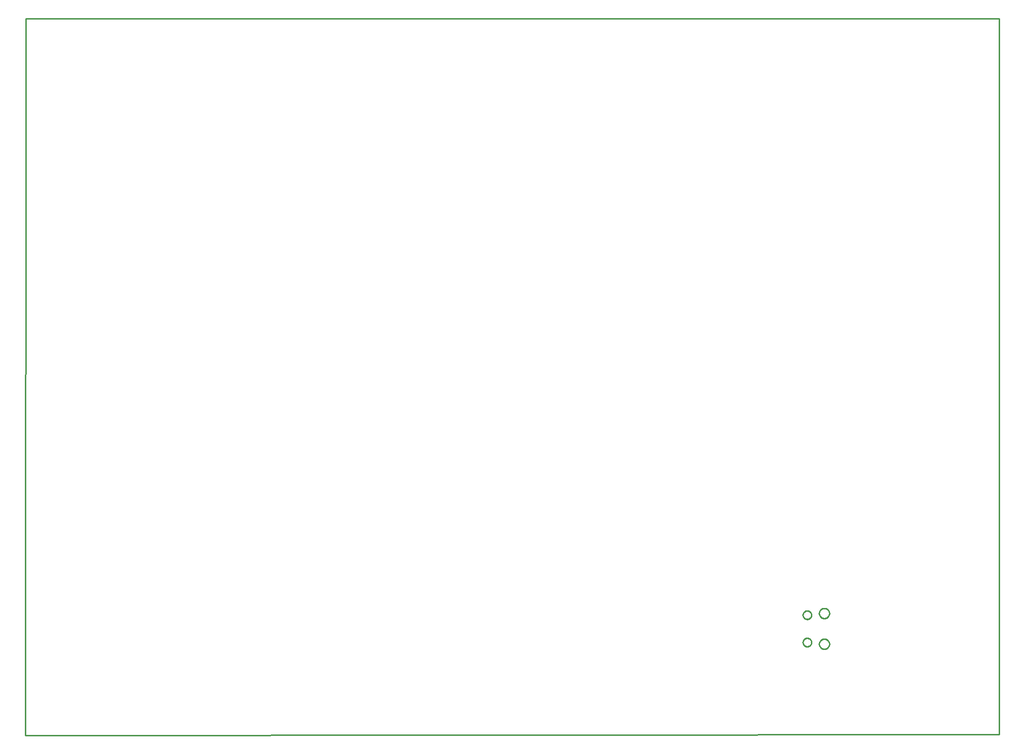
<source format=gbr>
G04 EAGLE Gerber RS-274X export*
G75*
%MOMM*%
%FSLAX34Y34*%
%LPD*%
%IN*%
%IPPOS*%
%AMOC8*
5,1,8,0,0,1.08239X$1,22.5*%
G01*
%ADD10C,0.254000*%


D10*
X1257300Y209550D02*
X2983030Y210820D01*
X2983030Y1481330D01*
X1258570Y1481330D01*
X1257300Y209550D01*
X2672927Y417030D02*
X2672144Y417099D01*
X2671370Y417235D01*
X2670611Y417438D01*
X2669873Y417707D01*
X2669160Y418039D01*
X2668480Y418432D01*
X2667836Y418883D01*
X2667234Y419388D01*
X2666678Y419944D01*
X2666173Y420546D01*
X2665722Y421190D01*
X2665329Y421870D01*
X2664997Y422583D01*
X2664728Y423321D01*
X2664525Y424080D01*
X2664389Y424854D01*
X2664320Y425637D01*
X2664320Y426423D01*
X2664389Y427206D01*
X2664525Y427980D01*
X2664728Y428739D01*
X2664997Y429477D01*
X2665329Y430190D01*
X2665722Y430870D01*
X2666173Y431514D01*
X2666678Y432116D01*
X2667234Y432672D01*
X2667836Y433177D01*
X2668480Y433628D01*
X2669160Y434021D01*
X2669873Y434353D01*
X2670611Y434622D01*
X2671370Y434825D01*
X2672144Y434962D01*
X2672927Y435030D01*
X2673713Y435030D01*
X2674496Y434962D01*
X2675270Y434825D01*
X2676029Y434622D01*
X2676767Y434353D01*
X2677480Y434021D01*
X2678160Y433628D01*
X2678804Y433177D01*
X2679406Y432672D01*
X2679962Y432116D01*
X2680467Y431514D01*
X2680918Y430870D01*
X2681311Y430190D01*
X2681643Y429477D01*
X2681912Y428739D01*
X2682115Y427980D01*
X2682252Y427206D01*
X2682320Y426423D01*
X2682320Y425637D01*
X2682252Y424854D01*
X2682115Y424080D01*
X2681912Y423321D01*
X2681643Y422583D01*
X2681311Y421870D01*
X2680918Y421190D01*
X2680467Y420546D01*
X2679962Y419944D01*
X2679406Y419388D01*
X2678804Y418883D01*
X2678160Y418432D01*
X2677480Y418039D01*
X2676767Y417707D01*
X2676029Y417438D01*
X2675270Y417235D01*
X2674496Y417099D01*
X2673713Y417030D01*
X2672927Y417030D01*
X2672927Y362530D02*
X2672144Y362599D01*
X2671370Y362735D01*
X2670611Y362938D01*
X2669873Y363207D01*
X2669160Y363539D01*
X2668480Y363932D01*
X2667836Y364383D01*
X2667234Y364888D01*
X2666678Y365444D01*
X2666173Y366046D01*
X2665722Y366690D01*
X2665329Y367370D01*
X2664997Y368083D01*
X2664728Y368821D01*
X2664525Y369580D01*
X2664389Y370354D01*
X2664320Y371137D01*
X2664320Y371923D01*
X2664389Y372706D01*
X2664525Y373480D01*
X2664728Y374239D01*
X2664997Y374977D01*
X2665329Y375690D01*
X2665722Y376370D01*
X2666173Y377014D01*
X2666678Y377616D01*
X2667234Y378172D01*
X2667836Y378677D01*
X2668480Y379128D01*
X2669160Y379521D01*
X2669873Y379853D01*
X2670611Y380122D01*
X2671370Y380325D01*
X2672144Y380462D01*
X2672927Y380530D01*
X2673713Y380530D01*
X2674496Y380462D01*
X2675270Y380325D01*
X2676029Y380122D01*
X2676767Y379853D01*
X2677480Y379521D01*
X2678160Y379128D01*
X2678804Y378677D01*
X2679406Y378172D01*
X2679962Y377616D01*
X2680467Y377014D01*
X2680918Y376370D01*
X2681311Y375690D01*
X2681643Y374977D01*
X2681912Y374239D01*
X2682115Y373480D01*
X2682252Y372706D01*
X2682320Y371923D01*
X2682320Y371137D01*
X2682252Y370354D01*
X2682115Y369580D01*
X2681912Y368821D01*
X2681643Y368083D01*
X2681311Y367370D01*
X2680918Y366690D01*
X2680467Y366046D01*
X2679962Y365444D01*
X2679406Y364888D01*
X2678804Y364383D01*
X2678160Y363932D01*
X2677480Y363539D01*
X2676767Y363207D01*
X2676029Y362938D01*
X2675270Y362735D01*
X2674496Y362599D01*
X2673713Y362530D01*
X2672927Y362530D01*
X2642652Y415530D02*
X2641918Y415602D01*
X2641195Y415746D01*
X2640490Y415960D01*
X2639809Y416242D01*
X2639160Y416589D01*
X2638547Y416999D01*
X2637977Y417466D01*
X2637456Y417987D01*
X2636989Y418557D01*
X2636579Y419170D01*
X2636232Y419819D01*
X2635950Y420500D01*
X2635736Y421205D01*
X2635592Y421928D01*
X2635520Y422662D01*
X2635520Y423398D01*
X2635592Y424132D01*
X2635736Y424855D01*
X2635950Y425560D01*
X2636232Y426241D01*
X2636579Y426890D01*
X2636989Y427503D01*
X2637456Y428073D01*
X2637977Y428594D01*
X2638547Y429061D01*
X2639160Y429471D01*
X2639809Y429818D01*
X2640490Y430100D01*
X2641195Y430314D01*
X2641918Y430458D01*
X2642652Y430530D01*
X2643388Y430530D01*
X2644122Y430458D01*
X2644845Y430314D01*
X2645550Y430100D01*
X2646231Y429818D01*
X2646880Y429471D01*
X2647493Y429061D01*
X2648063Y428594D01*
X2648584Y428073D01*
X2649051Y427503D01*
X2649461Y426890D01*
X2649808Y426241D01*
X2650090Y425560D01*
X2650304Y424855D01*
X2650448Y424132D01*
X2650520Y423398D01*
X2650520Y422662D01*
X2650448Y421928D01*
X2650304Y421205D01*
X2650090Y420500D01*
X2649808Y419819D01*
X2649461Y419170D01*
X2649051Y418557D01*
X2648584Y417987D01*
X2648063Y417466D01*
X2647493Y416999D01*
X2646880Y416589D01*
X2646231Y416242D01*
X2645550Y415960D01*
X2644845Y415746D01*
X2644122Y415602D01*
X2643388Y415530D01*
X2642652Y415530D01*
X2642652Y367030D02*
X2641918Y367102D01*
X2641195Y367246D01*
X2640490Y367460D01*
X2639809Y367742D01*
X2639160Y368089D01*
X2638547Y368499D01*
X2637977Y368966D01*
X2637456Y369487D01*
X2636989Y370057D01*
X2636579Y370670D01*
X2636232Y371319D01*
X2635950Y372000D01*
X2635736Y372705D01*
X2635592Y373428D01*
X2635520Y374162D01*
X2635520Y374898D01*
X2635592Y375632D01*
X2635736Y376355D01*
X2635950Y377060D01*
X2636232Y377741D01*
X2636579Y378390D01*
X2636989Y379003D01*
X2637456Y379573D01*
X2637977Y380094D01*
X2638547Y380561D01*
X2639160Y380971D01*
X2639809Y381318D01*
X2640490Y381600D01*
X2641195Y381814D01*
X2641918Y381958D01*
X2642652Y382030D01*
X2643388Y382030D01*
X2644122Y381958D01*
X2644845Y381814D01*
X2645550Y381600D01*
X2646231Y381318D01*
X2646880Y380971D01*
X2647493Y380561D01*
X2648063Y380094D01*
X2648584Y379573D01*
X2649051Y379003D01*
X2649461Y378390D01*
X2649808Y377741D01*
X2650090Y377060D01*
X2650304Y376355D01*
X2650448Y375632D01*
X2650520Y374898D01*
X2650520Y374162D01*
X2650448Y373428D01*
X2650304Y372705D01*
X2650090Y372000D01*
X2649808Y371319D01*
X2649461Y370670D01*
X2649051Y370057D01*
X2648584Y369487D01*
X2648063Y368966D01*
X2647493Y368499D01*
X2646880Y368089D01*
X2646231Y367742D01*
X2645550Y367460D01*
X2644845Y367246D01*
X2644122Y367102D01*
X2643388Y367030D01*
X2642652Y367030D01*
M02*

</source>
